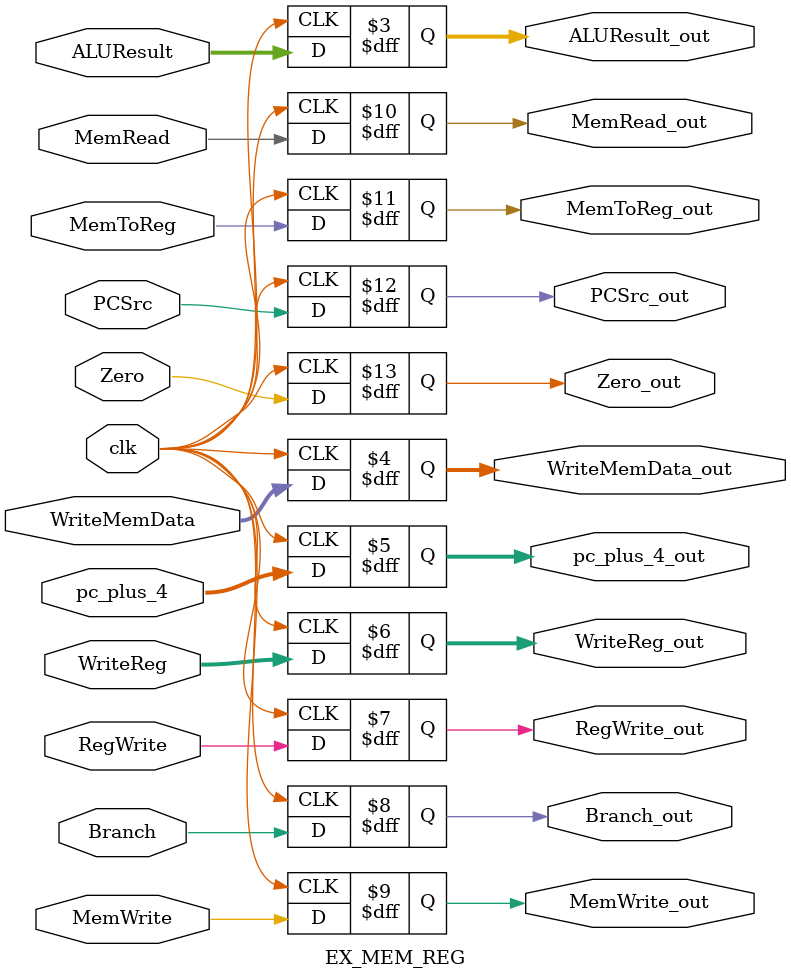
<source format=v>
`timescale 1ns / 1ps


module EX_MEM_REG(clk, RegWrite, Branch, MemWrite, MemRead, MemToReg, PCSrc, Zero, ALUResult, WriteMemData, pc_plus_4, WriteReg, 
                    RegWrite_out, Branch_out, MemWrite_out, MemRead_out, MemToReg_out, PCSrc_out, Zero_out, 
                    ALUResult_out, WriteMemData_out, pc_plus_4_out, WriteReg_out);
                    
        input [31:0] ALUResult;
        input [31:0] WriteMemData, pc_plus_4;
        input [4:0] WriteReg;
        input clk, RegWrite, Branch, MemWrite, MemRead, MemToReg, PCSrc, Zero;
        
        output reg [31:0] ALUResult_out;
        output reg [31:0] WriteMemData_out, pc_plus_4_out;
        output reg [4:0] WriteReg_out;
        output reg RegWrite_out, Branch_out, MemWrite_out, MemRead_out, MemToReg_out, PCSrc_out, Zero_out;
        
        initial begin
            RegWrite_out = 0;
            Branch_out = 0;
            MemWrite_out = 0;
            MemRead_out = 0;
            MemToReg_out = 0;        
            pc_plus_4_out = 0;
            Zero_out = 0;
            ALUResult_out = 0;
            WriteMemData_out = 0;
            WriteReg_out = 0;
            PCSrc_out = 0;
        end
        
        always @(posedge clk) begin
            pc_plus_4_out <= pc_plus_4;
            Zero_out <= Zero;
            ALUResult_out <= ALUResult;
            WriteMemData_out <= WriteMemData;
            WriteReg_out <= WriteReg;
            RegWrite_out <= RegWrite;
            Branch_out <= Branch;
            MemWrite_out <= MemWrite;
            MemRead_out <= MemRead;
            MemToReg_out <= MemToReg;
            PCSrc_out <= PCSrc;
        end       
        
endmodule

</source>
